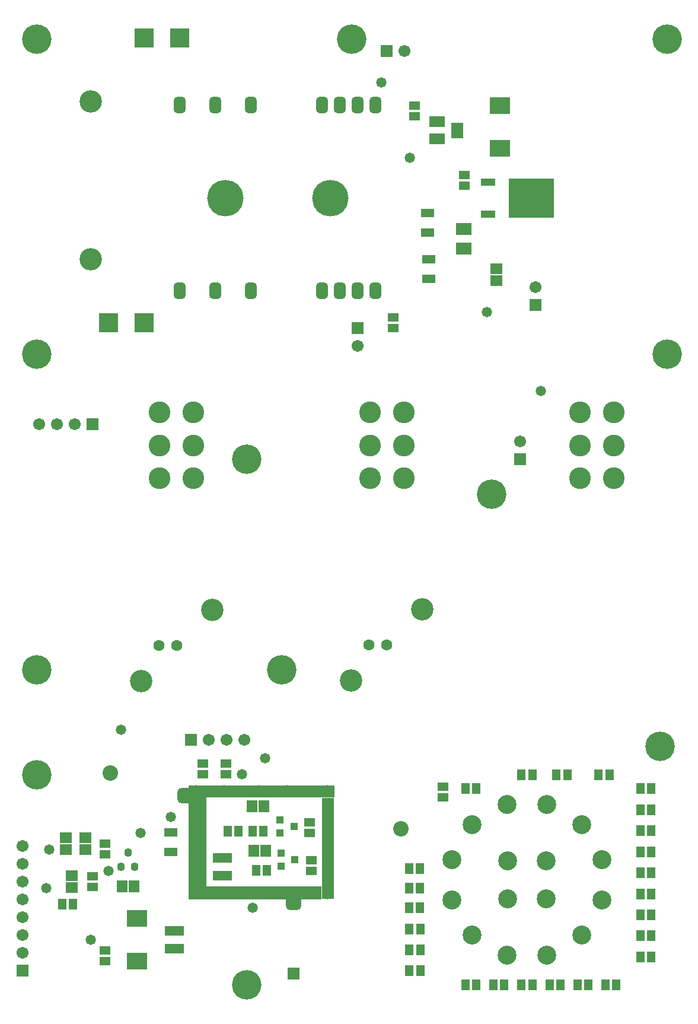
<source format=gts>
G04*
G04 #@! TF.GenerationSoftware,Altium Limited,CircuitStudio,1.5.2 (30)*
G04*
G04 Layer_Color=20142*
%FSLAX25Y25*%
%MOIN*%
G70*
G01*
G75*
%ADD12R,0.11417X0.09449*%
%ADD19R,0.11024X0.05512*%
%ADD55R,0.81890X0.07087*%
%ADD56R,0.07087X0.57087*%
%ADD57R,0.74803X0.07480*%
%ADD58R,0.10236X0.51181*%
%ADD59R,0.07887X0.04343*%
%ADD60R,0.25210X0.22257*%
%ADD61R,0.06115X0.04540*%
%ADD62R,0.07493X0.04540*%
G04:AMPARAMS|DCode=63|XSize=86.74mil|YSize=86.74mil|CornerRadius=23.69mil|HoleSize=0mil|Usage=FLASHONLY|Rotation=270.000|XOffset=0mil|YOffset=0mil|HoleType=Round|Shape=RoundedRectangle|*
%AMROUNDEDRECTD63*
21,1,0.08674,0.03937,0,0,270.0*
21,1,0.03937,0.08674,0,0,270.0*
1,1,0.04737,-0.01969,-0.01969*
1,1,0.04737,-0.01969,0.01969*
1,1,0.04737,0.01969,0.01969*
1,1,0.04737,0.01969,-0.01969*
%
%ADD63ROUNDEDRECTD63*%
%ADD64R,0.06312X0.06902*%
%ADD65R,0.06902X0.06312*%
%ADD66R,0.04540X0.06115*%
G04:AMPARAMS|DCode=67|XSize=37.92mil|YSize=43.43mil|CornerRadius=11.48mil|HoleSize=0mil|Usage=FLASHONLY|Rotation=0.000|XOffset=0mil|YOffset=0mil|HoleType=Round|Shape=RoundedRectangle|*
%AMROUNDEDRECTD67*
21,1,0.03792,0.02047,0,0,0.0*
21,1,0.01496,0.04343,0,0,0.0*
1,1,0.02296,0.00748,-0.01024*
1,1,0.02296,-0.00748,-0.01024*
1,1,0.02296,-0.00748,0.01024*
1,1,0.02296,0.00748,0.01024*
%
%ADD67ROUNDEDRECTD67*%
%ADD68R,0.07099X0.08674*%
%ADD69R,0.08674X0.05918*%
G04:AMPARAMS|DCode=70|XSize=67.06mil|YSize=90.68mil|CornerRadius=18.76mil|HoleSize=0mil|Usage=FLASHONLY|Rotation=0.000|XOffset=0mil|YOffset=0mil|HoleType=Round|Shape=RoundedRectangle|*
%AMROUNDEDRECTD70*
21,1,0.06706,0.05315,0,0,0.0*
21,1,0.02953,0.09068,0,0,0.0*
1,1,0.03753,0.01476,-0.02658*
1,1,0.03753,-0.01476,-0.02658*
1,1,0.03753,-0.01476,0.02658*
1,1,0.03753,0.01476,0.02658*
%
%ADD70ROUNDEDRECTD70*%
%ADD71R,0.08674X0.06706*%
%ADD72R,0.04343X0.03950*%
%ADD73R,0.06706X0.06706*%
%ADD74C,0.06706*%
%ADD75R,0.06706X0.06706*%
%ADD76C,0.12217*%
%ADD77C,0.12611*%
%ADD78C,0.06312*%
%ADD79C,0.16548*%
%ADD80R,0.10642X0.10642*%
%ADD81R,0.10642X0.10642*%
%ADD82C,0.20485*%
%ADD83C,0.10642*%
%ADD84C,0.08674*%
%ADD85C,0.05800*%
D12*
X280000Y489803D02*
D03*
Y513819D02*
D03*
X76000Y32992D02*
D03*
Y57008D02*
D03*
D19*
X97000Y39882D02*
D03*
Y50118D02*
D03*
X124000Y91118D02*
D03*
Y80882D02*
D03*
D55*
X146063Y128347D02*
D03*
D56*
X183465Y96260D02*
D03*
D57*
X142520Y71457D02*
D03*
D58*
X110236Y100787D02*
D03*
D59*
X273465Y470787D02*
D03*
Y452835D02*
D03*
D60*
X297874Y461811D02*
D03*
D61*
X232000Y507760D02*
D03*
Y513862D02*
D03*
X260000Y468760D02*
D03*
Y474862D02*
D03*
X248000Y124949D02*
D03*
Y131051D02*
D03*
X51181Y80807D02*
D03*
Y74705D02*
D03*
X58000Y99051D02*
D03*
Y92949D02*
D03*
X113000Y137949D02*
D03*
Y144051D02*
D03*
X126000D02*
D03*
Y137949D02*
D03*
X174213Y89665D02*
D03*
Y83563D02*
D03*
X173000Y104949D02*
D03*
Y111051D02*
D03*
X58000Y39051D02*
D03*
Y32949D02*
D03*
X220000Y394862D02*
D03*
Y388760D02*
D03*
D62*
X239500Y442299D02*
D03*
Y453323D02*
D03*
X240000Y427323D02*
D03*
Y416299D02*
D03*
X95000Y105512D02*
D03*
Y94488D02*
D03*
D63*
X103000Y126000D02*
D03*
X164000Y66000D02*
D03*
D64*
X74347Y75000D02*
D03*
X67654D02*
D03*
X148346Y95000D02*
D03*
X141654D02*
D03*
X147346Y120000D02*
D03*
X140654D02*
D03*
D65*
X39370Y74410D02*
D03*
Y81102D02*
D03*
X36000Y102347D02*
D03*
Y95653D02*
D03*
X47000Y102347D02*
D03*
Y95653D02*
D03*
X278000Y422157D02*
D03*
Y415465D02*
D03*
D66*
X260728Y129921D02*
D03*
X266831D02*
D03*
X292224Y137795D02*
D03*
X298327D02*
D03*
X311909D02*
D03*
X318012D02*
D03*
X335531D02*
D03*
X341634D02*
D03*
X359154Y129921D02*
D03*
X365256D02*
D03*
Y106299D02*
D03*
X359154D02*
D03*
X365256Y118110D02*
D03*
X359154D02*
D03*
Y94488D02*
D03*
X365256D02*
D03*
X359154Y82677D02*
D03*
X365256D02*
D03*
Y59055D02*
D03*
X359154D02*
D03*
X365256Y70866D02*
D03*
X359154D02*
D03*
X365256Y47244D02*
D03*
X359154D02*
D03*
Y35433D02*
D03*
X365256D02*
D03*
X339469Y19685D02*
D03*
X345571D02*
D03*
X323721D02*
D03*
X329823D02*
D03*
X307972D02*
D03*
X314075D02*
D03*
X292224D02*
D03*
X298327D02*
D03*
X276476D02*
D03*
X282579D02*
D03*
X260728D02*
D03*
X266831D02*
D03*
X235335Y39370D02*
D03*
X229232D02*
D03*
X235335Y27559D02*
D03*
X229232D02*
D03*
Y51181D02*
D03*
X235335D02*
D03*
X235051Y63000D02*
D03*
X228949D02*
D03*
X235051Y85000D02*
D03*
X228949D02*
D03*
Y74000D02*
D03*
X235051D02*
D03*
X40051Y65000D02*
D03*
X33949D02*
D03*
X149051Y84000D02*
D03*
X142949D02*
D03*
X147051Y106000D02*
D03*
X140949D02*
D03*
X133051D02*
D03*
X126949D02*
D03*
D67*
X74740Y86063D02*
D03*
X67260D02*
D03*
X71000Y93937D02*
D03*
D68*
X256209Y499811D02*
D03*
D69*
X244791Y494890D02*
D03*
Y504732D02*
D03*
D70*
X100000Y513917D02*
D03*
X120000D02*
D03*
X140000D02*
D03*
X180000D02*
D03*
X190000D02*
D03*
X200000D02*
D03*
X210000D02*
D03*
Y409705D02*
D03*
X200000D02*
D03*
X190000D02*
D03*
X180000D02*
D03*
X140000D02*
D03*
X120000D02*
D03*
X100000D02*
D03*
D71*
X259842Y444488D02*
D03*
Y433465D02*
D03*
D72*
X164937Y90000D02*
D03*
X157063Y86260D02*
D03*
Y93740D02*
D03*
X164339Y108653D02*
D03*
X156465Y104913D02*
D03*
Y112394D02*
D03*
D73*
X216535Y544291D02*
D03*
X106299Y157480D02*
D03*
X51181Y334646D02*
D03*
D74*
X226535Y544291D02*
D03*
X11811Y37559D02*
D03*
Y47559D02*
D03*
Y57559D02*
D03*
Y67559D02*
D03*
Y77559D02*
D03*
Y87559D02*
D03*
Y97559D02*
D03*
X116299Y157480D02*
D03*
X126299D02*
D03*
X136299D02*
D03*
X300000Y411811D02*
D03*
X291339Y324961D02*
D03*
X41181Y334646D02*
D03*
X31181D02*
D03*
X21181D02*
D03*
X200000Y378760D02*
D03*
D75*
X11811Y27559D02*
D03*
X164000Y26000D02*
D03*
X300000Y401811D02*
D03*
X291339Y314961D02*
D03*
X200000Y388760D02*
D03*
D76*
X226043Y341339D02*
D03*
Y322835D02*
D03*
Y304331D02*
D03*
X207028Y341339D02*
D03*
Y322835D02*
D03*
Y304331D02*
D03*
X88917D02*
D03*
Y322835D02*
D03*
Y341339D02*
D03*
X107933Y304331D02*
D03*
Y322835D02*
D03*
Y341339D02*
D03*
X344153D02*
D03*
Y322835D02*
D03*
Y304331D02*
D03*
X325138Y341339D02*
D03*
Y322835D02*
D03*
Y304331D02*
D03*
D77*
X196535Y190630D02*
D03*
X236535Y230630D02*
D03*
X118425Y230472D02*
D03*
X78425Y190472D02*
D03*
X50000Y516102D02*
D03*
Y427520D02*
D03*
D78*
X206535Y210630D02*
D03*
X216535D02*
D03*
X98425Y210472D02*
D03*
X88425D02*
D03*
D79*
X275590Y295276D02*
D03*
X157480Y196850D02*
D03*
X137795Y314961D02*
D03*
X19685Y137795D02*
D03*
X137795Y19685D02*
D03*
X19685Y196850D02*
D03*
X370079Y153543D02*
D03*
X196850Y551181D02*
D03*
X374016Y374016D02*
D03*
Y551181D02*
D03*
X19685Y374016D02*
D03*
Y551181D02*
D03*
D80*
X80000Y391811D02*
D03*
X60000D02*
D03*
D81*
X100000Y551811D02*
D03*
X80000D02*
D03*
D82*
X184772Y461811D02*
D03*
X125716D02*
D03*
D83*
X284559Y89457D02*
D03*
X305992Y68024D02*
D03*
Y89457D02*
D03*
X253063Y90051D02*
D03*
X264374Y109642D02*
D03*
X283965Y120953D02*
D03*
X306587D02*
D03*
X326177Y109642D02*
D03*
X337488Y90051D02*
D03*
Y67429D02*
D03*
X326177Y47839D02*
D03*
X306587Y36528D02*
D03*
X283965D02*
D03*
X264374Y47839D02*
D03*
X253063Y67429D02*
D03*
X284559Y68024D02*
D03*
D84*
X61024Y138779D02*
D03*
X224410Y107283D02*
D03*
D85*
X272638Y397638D02*
D03*
X229331Y484252D02*
D03*
X213583Y526575D02*
D03*
X60039Y83661D02*
D03*
X50000Y45000D02*
D03*
X25000Y74000D02*
D03*
X26654Y95653D02*
D03*
X78000Y105000D02*
D03*
X148000Y147000D02*
D03*
X141000Y63000D02*
D03*
X135000Y138000D02*
D03*
X95000Y114000D02*
D03*
X303000Y353331D02*
D03*
X67000Y163000D02*
D03*
X144685Y128937D02*
D03*
X160433D02*
D03*
X183071D02*
D03*
X125000D02*
D03*
X109252D02*
D03*
Y109252D02*
D03*
X110236Y71850D02*
D03*
X109252Y90551D02*
D03*
X183071D02*
D03*
Y70866D02*
D03*
X164370D02*
D03*
X131890D02*
D03*
X150591D02*
D03*
X183071Y110236D02*
D03*
M02*

</source>
